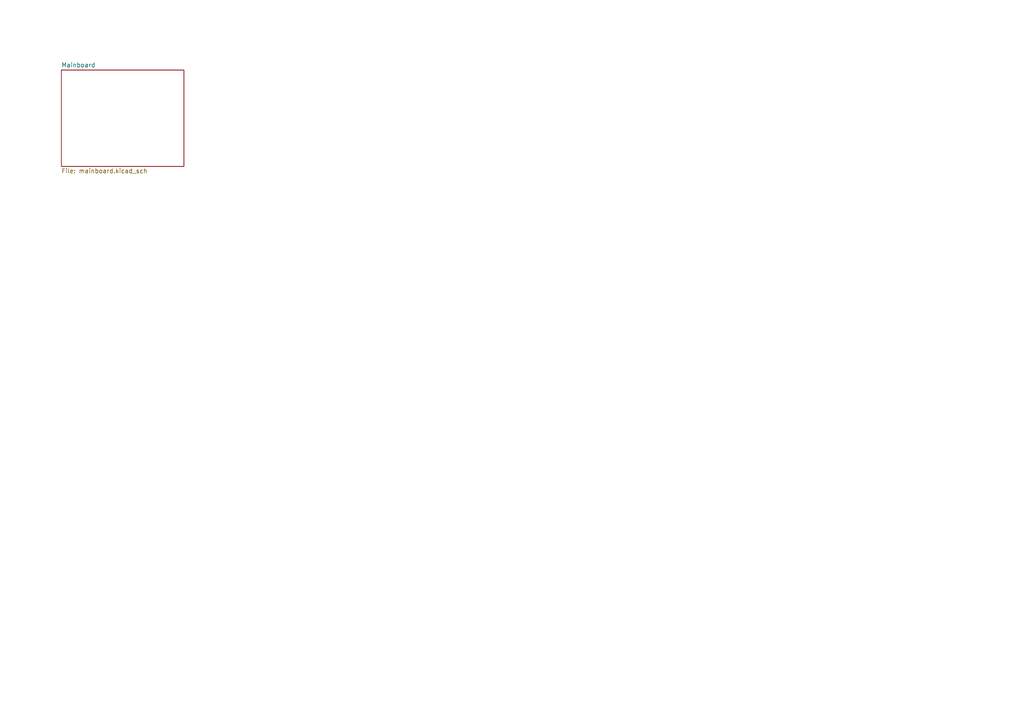
<source format=kicad_sch>
(kicad_sch (version 20230121) (generator eeschema)
  (paper "A4")
  (lib_symbols)
  (sheet (at 17.78 20.32) (size 35.56 27.94) (stroke (width 0.1524))
    (property "Sheetname" "Mainboard" (at 17.78 19.6084 0) (effects (justify left bottom)))
    (property "Sheetfile" "mainboard.kicad_sch" (at 17.78 48.8446 0) (effects (justify left top)))
  )
)
</source>
